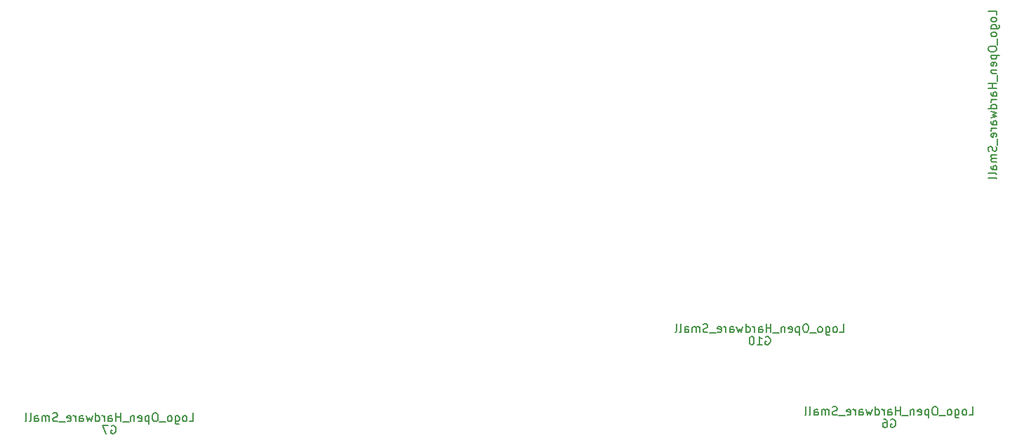
<source format=gbr>
G04 #@! TF.GenerationSoftware,KiCad,Pcbnew,(6.0.9)*
G04 #@! TF.CreationDate,2022-12-04T20:33:54+01:00*
G04 #@! TF.ProjectId,corne-cherry,636f726e-652d-4636-9865-7272792e6b69,2.1*
G04 #@! TF.SameCoordinates,Original*
G04 #@! TF.FileFunction,AssemblyDrawing,Bot*
%FSLAX46Y46*%
G04 Gerber Fmt 4.6, Leading zero omitted, Abs format (unit mm)*
G04 Created by KiCad (PCBNEW (6.0.9)) date 2022-12-04 20:33:54*
%MOMM*%
%LPD*%
G01*
G04 APERTURE LIST*
%ADD10C,0.150000*%
G04 APERTURE END LIST*
D10*
X214110860Y-72639932D02*
X214110860Y-72163741D01*
X213110860Y-72163741D01*
X214110860Y-73116122D02*
X214063241Y-73020884D01*
X214015622Y-72973265D01*
X213920384Y-72925646D01*
X213634670Y-72925646D01*
X213539432Y-72973265D01*
X213491813Y-73020884D01*
X213444194Y-73116122D01*
X213444194Y-73258980D01*
X213491813Y-73354218D01*
X213539432Y-73401837D01*
X213634670Y-73449456D01*
X213920384Y-73449456D01*
X214015622Y-73401837D01*
X214063241Y-73354218D01*
X214110860Y-73258980D01*
X214110860Y-73116122D01*
X213444194Y-74306599D02*
X214253718Y-74306599D01*
X214348956Y-74258980D01*
X214396575Y-74211360D01*
X214444194Y-74116122D01*
X214444194Y-73973265D01*
X214396575Y-73878027D01*
X214063241Y-74306599D02*
X214110860Y-74211360D01*
X214110860Y-74020884D01*
X214063241Y-73925646D01*
X214015622Y-73878027D01*
X213920384Y-73830408D01*
X213634670Y-73830408D01*
X213539432Y-73878027D01*
X213491813Y-73925646D01*
X213444194Y-74020884D01*
X213444194Y-74211360D01*
X213491813Y-74306599D01*
X214110860Y-74925646D02*
X214063241Y-74830408D01*
X214015622Y-74782789D01*
X213920384Y-74735170D01*
X213634670Y-74735170D01*
X213539432Y-74782789D01*
X213491813Y-74830408D01*
X213444194Y-74925646D01*
X213444194Y-75068503D01*
X213491813Y-75163741D01*
X213539432Y-75211360D01*
X213634670Y-75258980D01*
X213920384Y-75258980D01*
X214015622Y-75211360D01*
X214063241Y-75163741D01*
X214110860Y-75068503D01*
X214110860Y-74925646D01*
X214206099Y-75449456D02*
X214206099Y-76211360D01*
X213110860Y-76639932D02*
X213110860Y-76830408D01*
X213158480Y-76925646D01*
X213253718Y-77020884D01*
X213444194Y-77068503D01*
X213777527Y-77068503D01*
X213968003Y-77020884D01*
X214063241Y-76925646D01*
X214110860Y-76830408D01*
X214110860Y-76639932D01*
X214063241Y-76544694D01*
X213968003Y-76449456D01*
X213777527Y-76401837D01*
X213444194Y-76401837D01*
X213253718Y-76449456D01*
X213158480Y-76544694D01*
X213110860Y-76639932D01*
X213444194Y-77497075D02*
X214444194Y-77497075D01*
X213491813Y-77497075D02*
X213444194Y-77592313D01*
X213444194Y-77782789D01*
X213491813Y-77878027D01*
X213539432Y-77925646D01*
X213634670Y-77973265D01*
X213920384Y-77973265D01*
X214015622Y-77925646D01*
X214063241Y-77878027D01*
X214110860Y-77782789D01*
X214110860Y-77592313D01*
X214063241Y-77497075D01*
X214063241Y-78782789D02*
X214110860Y-78687551D01*
X214110860Y-78497075D01*
X214063241Y-78401837D01*
X213968003Y-78354218D01*
X213587051Y-78354218D01*
X213491813Y-78401837D01*
X213444194Y-78497075D01*
X213444194Y-78687551D01*
X213491813Y-78782789D01*
X213587051Y-78830408D01*
X213682289Y-78830408D01*
X213777527Y-78354218D01*
X213444194Y-79258980D02*
X214110860Y-79258980D01*
X213539432Y-79258980D02*
X213491813Y-79306599D01*
X213444194Y-79401837D01*
X213444194Y-79544694D01*
X213491813Y-79639932D01*
X213587051Y-79687551D01*
X214110860Y-79687551D01*
X214206099Y-79925646D02*
X214206099Y-80687551D01*
X214110860Y-80925646D02*
X213110860Y-80925646D01*
X213587051Y-80925646D02*
X213587051Y-81497075D01*
X214110860Y-81497075D02*
X213110860Y-81497075D01*
X214110860Y-82401837D02*
X213587051Y-82401837D01*
X213491813Y-82354218D01*
X213444194Y-82258980D01*
X213444194Y-82068503D01*
X213491813Y-81973265D01*
X214063241Y-82401837D02*
X214110860Y-82306599D01*
X214110860Y-82068503D01*
X214063241Y-81973265D01*
X213968003Y-81925646D01*
X213872765Y-81925646D01*
X213777527Y-81973265D01*
X213729908Y-82068503D01*
X213729908Y-82306599D01*
X213682289Y-82401837D01*
X214110860Y-82878027D02*
X213444194Y-82878027D01*
X213634670Y-82878027D02*
X213539432Y-82925646D01*
X213491813Y-82973265D01*
X213444194Y-83068503D01*
X213444194Y-83163741D01*
X214110860Y-83925646D02*
X213110860Y-83925646D01*
X214063241Y-83925646D02*
X214110860Y-83830408D01*
X214110860Y-83639932D01*
X214063241Y-83544694D01*
X214015622Y-83497075D01*
X213920384Y-83449456D01*
X213634670Y-83449456D01*
X213539432Y-83497075D01*
X213491813Y-83544694D01*
X213444194Y-83639932D01*
X213444194Y-83830408D01*
X213491813Y-83925646D01*
X213444194Y-84306599D02*
X214110860Y-84497075D01*
X213634670Y-84687551D01*
X214110860Y-84878027D01*
X213444194Y-85068503D01*
X214110860Y-85878027D02*
X213587051Y-85878027D01*
X213491813Y-85830408D01*
X213444194Y-85735170D01*
X213444194Y-85544694D01*
X213491813Y-85449456D01*
X214063241Y-85878027D02*
X214110860Y-85782789D01*
X214110860Y-85544694D01*
X214063241Y-85449456D01*
X213968003Y-85401837D01*
X213872765Y-85401837D01*
X213777527Y-85449456D01*
X213729908Y-85544694D01*
X213729908Y-85782789D01*
X213682289Y-85878027D01*
X214110860Y-86354218D02*
X213444194Y-86354218D01*
X213634670Y-86354218D02*
X213539432Y-86401837D01*
X213491813Y-86449456D01*
X213444194Y-86544694D01*
X213444194Y-86639932D01*
X214063241Y-87354218D02*
X214110860Y-87258980D01*
X214110860Y-87068503D01*
X214063241Y-86973265D01*
X213968003Y-86925646D01*
X213587051Y-86925646D01*
X213491813Y-86973265D01*
X213444194Y-87068503D01*
X213444194Y-87258980D01*
X213491813Y-87354218D01*
X213587051Y-87401837D01*
X213682289Y-87401837D01*
X213777527Y-86925646D01*
X214206099Y-87592313D02*
X214206099Y-88354218D01*
X214063241Y-88544694D02*
X214110860Y-88687551D01*
X214110860Y-88925646D01*
X214063241Y-89020884D01*
X214015622Y-89068503D01*
X213920384Y-89116122D01*
X213825146Y-89116122D01*
X213729908Y-89068503D01*
X213682289Y-89020884D01*
X213634670Y-88925646D01*
X213587051Y-88735170D01*
X213539432Y-88639932D01*
X213491813Y-88592313D01*
X213396575Y-88544694D01*
X213301337Y-88544694D01*
X213206099Y-88592313D01*
X213158480Y-88639932D01*
X213110860Y-88735170D01*
X213110860Y-88973265D01*
X213158480Y-89116122D01*
X214110860Y-89544694D02*
X213444194Y-89544694D01*
X213539432Y-89544694D02*
X213491813Y-89592313D01*
X213444194Y-89687551D01*
X213444194Y-89830408D01*
X213491813Y-89925646D01*
X213587051Y-89973265D01*
X214110860Y-89973265D01*
X213587051Y-89973265D02*
X213491813Y-90020884D01*
X213444194Y-90116122D01*
X213444194Y-90258980D01*
X213491813Y-90354218D01*
X213587051Y-90401837D01*
X214110860Y-90401837D01*
X214110860Y-91306599D02*
X213587051Y-91306599D01*
X213491813Y-91258980D01*
X213444194Y-91163741D01*
X213444194Y-90973265D01*
X213491813Y-90878027D01*
X214063241Y-91306599D02*
X214110860Y-91211360D01*
X214110860Y-90973265D01*
X214063241Y-90878027D01*
X213968003Y-90830408D01*
X213872765Y-90830408D01*
X213777527Y-90878027D01*
X213729908Y-90973265D01*
X213729908Y-91211360D01*
X213682289Y-91306599D01*
X214110860Y-91925646D02*
X214063241Y-91830408D01*
X213968003Y-91782789D01*
X213110860Y-91782789D01*
X214110860Y-92449456D02*
X214063241Y-92354218D01*
X213968003Y-92306599D01*
X213110860Y-92306599D01*
X195169527Y-110978360D02*
X195645718Y-110978360D01*
X195645718Y-109978360D01*
X194693337Y-110978360D02*
X194788575Y-110930741D01*
X194836194Y-110883122D01*
X194883813Y-110787884D01*
X194883813Y-110502170D01*
X194836194Y-110406932D01*
X194788575Y-110359313D01*
X194693337Y-110311694D01*
X194550480Y-110311694D01*
X194455241Y-110359313D01*
X194407622Y-110406932D01*
X194360003Y-110502170D01*
X194360003Y-110787884D01*
X194407622Y-110883122D01*
X194455241Y-110930741D01*
X194550480Y-110978360D01*
X194693337Y-110978360D01*
X193502860Y-110311694D02*
X193502860Y-111121218D01*
X193550480Y-111216456D01*
X193598099Y-111264075D01*
X193693337Y-111311694D01*
X193836194Y-111311694D01*
X193931432Y-111264075D01*
X193502860Y-110930741D02*
X193598099Y-110978360D01*
X193788575Y-110978360D01*
X193883813Y-110930741D01*
X193931432Y-110883122D01*
X193979051Y-110787884D01*
X193979051Y-110502170D01*
X193931432Y-110406932D01*
X193883813Y-110359313D01*
X193788575Y-110311694D01*
X193598099Y-110311694D01*
X193502860Y-110359313D01*
X192883813Y-110978360D02*
X192979051Y-110930741D01*
X193026670Y-110883122D01*
X193074289Y-110787884D01*
X193074289Y-110502170D01*
X193026670Y-110406932D01*
X192979051Y-110359313D01*
X192883813Y-110311694D01*
X192740956Y-110311694D01*
X192645718Y-110359313D01*
X192598099Y-110406932D01*
X192550480Y-110502170D01*
X192550480Y-110787884D01*
X192598099Y-110883122D01*
X192645718Y-110930741D01*
X192740956Y-110978360D01*
X192883813Y-110978360D01*
X192360003Y-111073599D02*
X191598099Y-111073599D01*
X191169527Y-109978360D02*
X190979051Y-109978360D01*
X190883813Y-110025980D01*
X190788575Y-110121218D01*
X190740956Y-110311694D01*
X190740956Y-110645027D01*
X190788575Y-110835503D01*
X190883813Y-110930741D01*
X190979051Y-110978360D01*
X191169527Y-110978360D01*
X191264765Y-110930741D01*
X191360003Y-110835503D01*
X191407622Y-110645027D01*
X191407622Y-110311694D01*
X191360003Y-110121218D01*
X191264765Y-110025980D01*
X191169527Y-109978360D01*
X190312384Y-110311694D02*
X190312384Y-111311694D01*
X190312384Y-110359313D02*
X190217146Y-110311694D01*
X190026670Y-110311694D01*
X189931432Y-110359313D01*
X189883813Y-110406932D01*
X189836194Y-110502170D01*
X189836194Y-110787884D01*
X189883813Y-110883122D01*
X189931432Y-110930741D01*
X190026670Y-110978360D01*
X190217146Y-110978360D01*
X190312384Y-110930741D01*
X189026670Y-110930741D02*
X189121908Y-110978360D01*
X189312384Y-110978360D01*
X189407622Y-110930741D01*
X189455241Y-110835503D01*
X189455241Y-110454551D01*
X189407622Y-110359313D01*
X189312384Y-110311694D01*
X189121908Y-110311694D01*
X189026670Y-110359313D01*
X188979051Y-110454551D01*
X188979051Y-110549789D01*
X189455241Y-110645027D01*
X188550480Y-110311694D02*
X188550480Y-110978360D01*
X188550480Y-110406932D02*
X188502860Y-110359313D01*
X188407622Y-110311694D01*
X188264765Y-110311694D01*
X188169527Y-110359313D01*
X188121908Y-110454551D01*
X188121908Y-110978360D01*
X187883813Y-111073599D02*
X187121908Y-111073599D01*
X186883813Y-110978360D02*
X186883813Y-109978360D01*
X186883813Y-110454551D02*
X186312384Y-110454551D01*
X186312384Y-110978360D02*
X186312384Y-109978360D01*
X185407622Y-110978360D02*
X185407622Y-110454551D01*
X185455241Y-110359313D01*
X185550480Y-110311694D01*
X185740956Y-110311694D01*
X185836194Y-110359313D01*
X185407622Y-110930741D02*
X185502860Y-110978360D01*
X185740956Y-110978360D01*
X185836194Y-110930741D01*
X185883813Y-110835503D01*
X185883813Y-110740265D01*
X185836194Y-110645027D01*
X185740956Y-110597408D01*
X185502860Y-110597408D01*
X185407622Y-110549789D01*
X184931432Y-110978360D02*
X184931432Y-110311694D01*
X184931432Y-110502170D02*
X184883813Y-110406932D01*
X184836194Y-110359313D01*
X184740956Y-110311694D01*
X184645718Y-110311694D01*
X183883813Y-110978360D02*
X183883813Y-109978360D01*
X183883813Y-110930741D02*
X183979051Y-110978360D01*
X184169527Y-110978360D01*
X184264765Y-110930741D01*
X184312384Y-110883122D01*
X184360003Y-110787884D01*
X184360003Y-110502170D01*
X184312384Y-110406932D01*
X184264765Y-110359313D01*
X184169527Y-110311694D01*
X183979051Y-110311694D01*
X183883813Y-110359313D01*
X183502860Y-110311694D02*
X183312384Y-110978360D01*
X183121908Y-110502170D01*
X182931432Y-110978360D01*
X182740956Y-110311694D01*
X181931432Y-110978360D02*
X181931432Y-110454551D01*
X181979051Y-110359313D01*
X182074289Y-110311694D01*
X182264765Y-110311694D01*
X182360003Y-110359313D01*
X181931432Y-110930741D02*
X182026670Y-110978360D01*
X182264765Y-110978360D01*
X182360003Y-110930741D01*
X182407622Y-110835503D01*
X182407622Y-110740265D01*
X182360003Y-110645027D01*
X182264765Y-110597408D01*
X182026670Y-110597408D01*
X181931432Y-110549789D01*
X181455241Y-110978360D02*
X181455241Y-110311694D01*
X181455241Y-110502170D02*
X181407622Y-110406932D01*
X181360003Y-110359313D01*
X181264765Y-110311694D01*
X181169527Y-110311694D01*
X180455241Y-110930741D02*
X180550480Y-110978360D01*
X180740956Y-110978360D01*
X180836194Y-110930741D01*
X180883813Y-110835503D01*
X180883813Y-110454551D01*
X180836194Y-110359313D01*
X180740956Y-110311694D01*
X180550480Y-110311694D01*
X180455241Y-110359313D01*
X180407622Y-110454551D01*
X180407622Y-110549789D01*
X180883813Y-110645027D01*
X180217146Y-111073599D02*
X179455241Y-111073599D01*
X179264765Y-110930741D02*
X179121908Y-110978360D01*
X178883813Y-110978360D01*
X178788575Y-110930741D01*
X178740956Y-110883122D01*
X178693337Y-110787884D01*
X178693337Y-110692646D01*
X178740956Y-110597408D01*
X178788575Y-110549789D01*
X178883813Y-110502170D01*
X179074289Y-110454551D01*
X179169527Y-110406932D01*
X179217146Y-110359313D01*
X179264765Y-110264075D01*
X179264765Y-110168837D01*
X179217146Y-110073599D01*
X179169527Y-110025980D01*
X179074289Y-109978360D01*
X178836194Y-109978360D01*
X178693337Y-110025980D01*
X178264765Y-110978360D02*
X178264765Y-110311694D01*
X178264765Y-110406932D02*
X178217146Y-110359313D01*
X178121908Y-110311694D01*
X177979051Y-110311694D01*
X177883813Y-110359313D01*
X177836194Y-110454551D01*
X177836194Y-110978360D01*
X177836194Y-110454551D02*
X177788575Y-110359313D01*
X177693337Y-110311694D01*
X177550480Y-110311694D01*
X177455241Y-110359313D01*
X177407622Y-110454551D01*
X177407622Y-110978360D01*
X176502860Y-110978360D02*
X176502860Y-110454551D01*
X176550480Y-110359313D01*
X176645718Y-110311694D01*
X176836194Y-110311694D01*
X176931432Y-110359313D01*
X176502860Y-110930741D02*
X176598099Y-110978360D01*
X176836194Y-110978360D01*
X176931432Y-110930741D01*
X176979051Y-110835503D01*
X176979051Y-110740265D01*
X176931432Y-110645027D01*
X176836194Y-110597408D01*
X176598099Y-110597408D01*
X176502860Y-110549789D01*
X175883813Y-110978360D02*
X175979051Y-110930741D01*
X176026670Y-110835503D01*
X176026670Y-109978360D01*
X175360003Y-110978360D02*
X175455241Y-110930741D01*
X175502860Y-110835503D01*
X175502860Y-109978360D01*
X186240956Y-111525980D02*
X186336194Y-111478360D01*
X186479051Y-111478360D01*
X186621908Y-111525980D01*
X186717146Y-111621218D01*
X186764765Y-111716456D01*
X186812384Y-111906932D01*
X186812384Y-112049789D01*
X186764765Y-112240265D01*
X186717146Y-112335503D01*
X186621908Y-112430741D01*
X186479051Y-112478360D01*
X186383813Y-112478360D01*
X186240956Y-112430741D01*
X186193337Y-112383122D01*
X186193337Y-112049789D01*
X186383813Y-112049789D01*
X185240956Y-112478360D02*
X185812384Y-112478360D01*
X185526670Y-112478360D02*
X185526670Y-111478360D01*
X185621908Y-111621218D01*
X185717146Y-111716456D01*
X185812384Y-111764075D01*
X184621908Y-111478360D02*
X184526670Y-111478360D01*
X184431432Y-111525980D01*
X184383813Y-111573599D01*
X184336194Y-111668837D01*
X184288575Y-111859313D01*
X184288575Y-112097408D01*
X184336194Y-112287884D01*
X184383813Y-112383122D01*
X184431432Y-112430741D01*
X184526670Y-112478360D01*
X184621908Y-112478360D01*
X184717146Y-112430741D01*
X184764765Y-112383122D01*
X184812384Y-112287884D01*
X184860003Y-112097408D01*
X184860003Y-111859313D01*
X184812384Y-111668837D01*
X184764765Y-111573599D01*
X184717146Y-111525980D01*
X184621908Y-111478360D01*
X116714561Y-121738994D02*
X117190752Y-121738994D01*
X117190752Y-120738994D01*
X116238371Y-121738994D02*
X116333609Y-121691375D01*
X116381228Y-121643756D01*
X116428847Y-121548518D01*
X116428847Y-121262804D01*
X116381228Y-121167566D01*
X116333609Y-121119947D01*
X116238371Y-121072328D01*
X116095514Y-121072328D01*
X116000275Y-121119947D01*
X115952656Y-121167566D01*
X115905037Y-121262804D01*
X115905037Y-121548518D01*
X115952656Y-121643756D01*
X116000275Y-121691375D01*
X116095514Y-121738994D01*
X116238371Y-121738994D01*
X115047894Y-121072328D02*
X115047894Y-121881852D01*
X115095514Y-121977090D01*
X115143133Y-122024709D01*
X115238371Y-122072328D01*
X115381228Y-122072328D01*
X115476466Y-122024709D01*
X115047894Y-121691375D02*
X115143133Y-121738994D01*
X115333609Y-121738994D01*
X115428847Y-121691375D01*
X115476466Y-121643756D01*
X115524085Y-121548518D01*
X115524085Y-121262804D01*
X115476466Y-121167566D01*
X115428847Y-121119947D01*
X115333609Y-121072328D01*
X115143133Y-121072328D01*
X115047894Y-121119947D01*
X114428847Y-121738994D02*
X114524085Y-121691375D01*
X114571704Y-121643756D01*
X114619323Y-121548518D01*
X114619323Y-121262804D01*
X114571704Y-121167566D01*
X114524085Y-121119947D01*
X114428847Y-121072328D01*
X114285990Y-121072328D01*
X114190752Y-121119947D01*
X114143133Y-121167566D01*
X114095514Y-121262804D01*
X114095514Y-121548518D01*
X114143133Y-121643756D01*
X114190752Y-121691375D01*
X114285990Y-121738994D01*
X114428847Y-121738994D01*
X113905037Y-121834233D02*
X113143133Y-121834233D01*
X112714561Y-120738994D02*
X112524085Y-120738994D01*
X112428847Y-120786614D01*
X112333609Y-120881852D01*
X112285990Y-121072328D01*
X112285990Y-121405661D01*
X112333609Y-121596137D01*
X112428847Y-121691375D01*
X112524085Y-121738994D01*
X112714561Y-121738994D01*
X112809799Y-121691375D01*
X112905037Y-121596137D01*
X112952656Y-121405661D01*
X112952656Y-121072328D01*
X112905037Y-120881852D01*
X112809799Y-120786614D01*
X112714561Y-120738994D01*
X111857418Y-121072328D02*
X111857418Y-122072328D01*
X111857418Y-121119947D02*
X111762180Y-121072328D01*
X111571704Y-121072328D01*
X111476466Y-121119947D01*
X111428847Y-121167566D01*
X111381228Y-121262804D01*
X111381228Y-121548518D01*
X111428847Y-121643756D01*
X111476466Y-121691375D01*
X111571704Y-121738994D01*
X111762180Y-121738994D01*
X111857418Y-121691375D01*
X110571704Y-121691375D02*
X110666942Y-121738994D01*
X110857418Y-121738994D01*
X110952656Y-121691375D01*
X111000275Y-121596137D01*
X111000275Y-121215185D01*
X110952656Y-121119947D01*
X110857418Y-121072328D01*
X110666942Y-121072328D01*
X110571704Y-121119947D01*
X110524085Y-121215185D01*
X110524085Y-121310423D01*
X111000275Y-121405661D01*
X110095514Y-121072328D02*
X110095514Y-121738994D01*
X110095514Y-121167566D02*
X110047894Y-121119947D01*
X109952656Y-121072328D01*
X109809799Y-121072328D01*
X109714561Y-121119947D01*
X109666942Y-121215185D01*
X109666942Y-121738994D01*
X109428847Y-121834233D02*
X108666942Y-121834233D01*
X108428847Y-121738994D02*
X108428847Y-120738994D01*
X108428847Y-121215185D02*
X107857418Y-121215185D01*
X107857418Y-121738994D02*
X107857418Y-120738994D01*
X106952656Y-121738994D02*
X106952656Y-121215185D01*
X107000275Y-121119947D01*
X107095514Y-121072328D01*
X107285990Y-121072328D01*
X107381228Y-121119947D01*
X106952656Y-121691375D02*
X107047894Y-121738994D01*
X107285990Y-121738994D01*
X107381228Y-121691375D01*
X107428847Y-121596137D01*
X107428847Y-121500899D01*
X107381228Y-121405661D01*
X107285990Y-121358042D01*
X107047894Y-121358042D01*
X106952656Y-121310423D01*
X106476466Y-121738994D02*
X106476466Y-121072328D01*
X106476466Y-121262804D02*
X106428847Y-121167566D01*
X106381228Y-121119947D01*
X106285990Y-121072328D01*
X106190752Y-121072328D01*
X105428847Y-121738994D02*
X105428847Y-120738994D01*
X105428847Y-121691375D02*
X105524085Y-121738994D01*
X105714561Y-121738994D01*
X105809799Y-121691375D01*
X105857418Y-121643756D01*
X105905037Y-121548518D01*
X105905037Y-121262804D01*
X105857418Y-121167566D01*
X105809799Y-121119947D01*
X105714561Y-121072328D01*
X105524085Y-121072328D01*
X105428847Y-121119947D01*
X105047894Y-121072328D02*
X104857418Y-121738994D01*
X104666942Y-121262804D01*
X104476466Y-121738994D01*
X104285990Y-121072328D01*
X103476466Y-121738994D02*
X103476466Y-121215185D01*
X103524085Y-121119947D01*
X103619323Y-121072328D01*
X103809799Y-121072328D01*
X103905037Y-121119947D01*
X103476466Y-121691375D02*
X103571704Y-121738994D01*
X103809799Y-121738994D01*
X103905037Y-121691375D01*
X103952656Y-121596137D01*
X103952656Y-121500899D01*
X103905037Y-121405661D01*
X103809799Y-121358042D01*
X103571704Y-121358042D01*
X103476466Y-121310423D01*
X103000275Y-121738994D02*
X103000275Y-121072328D01*
X103000275Y-121262804D02*
X102952656Y-121167566D01*
X102905037Y-121119947D01*
X102809799Y-121072328D01*
X102714561Y-121072328D01*
X102000275Y-121691375D02*
X102095514Y-121738994D01*
X102285990Y-121738994D01*
X102381228Y-121691375D01*
X102428847Y-121596137D01*
X102428847Y-121215185D01*
X102381228Y-121119947D01*
X102285990Y-121072328D01*
X102095514Y-121072328D01*
X102000275Y-121119947D01*
X101952656Y-121215185D01*
X101952656Y-121310423D01*
X102428847Y-121405661D01*
X101762180Y-121834233D02*
X101000275Y-121834233D01*
X100809799Y-121691375D02*
X100666942Y-121738994D01*
X100428847Y-121738994D01*
X100333609Y-121691375D01*
X100285990Y-121643756D01*
X100238371Y-121548518D01*
X100238371Y-121453280D01*
X100285990Y-121358042D01*
X100333609Y-121310423D01*
X100428847Y-121262804D01*
X100619323Y-121215185D01*
X100714561Y-121167566D01*
X100762180Y-121119947D01*
X100809799Y-121024709D01*
X100809799Y-120929471D01*
X100762180Y-120834233D01*
X100714561Y-120786614D01*
X100619323Y-120738994D01*
X100381228Y-120738994D01*
X100238371Y-120786614D01*
X99809799Y-121738994D02*
X99809799Y-121072328D01*
X99809799Y-121167566D02*
X99762180Y-121119947D01*
X99666942Y-121072328D01*
X99524085Y-121072328D01*
X99428847Y-121119947D01*
X99381228Y-121215185D01*
X99381228Y-121738994D01*
X99381228Y-121215185D02*
X99333609Y-121119947D01*
X99238371Y-121072328D01*
X99095514Y-121072328D01*
X99000275Y-121119947D01*
X98952656Y-121215185D01*
X98952656Y-121738994D01*
X98047894Y-121738994D02*
X98047894Y-121215185D01*
X98095514Y-121119947D01*
X98190752Y-121072328D01*
X98381228Y-121072328D01*
X98476466Y-121119947D01*
X98047894Y-121691375D02*
X98143133Y-121738994D01*
X98381228Y-121738994D01*
X98476466Y-121691375D01*
X98524085Y-121596137D01*
X98524085Y-121500899D01*
X98476466Y-121405661D01*
X98381228Y-121358042D01*
X98143133Y-121358042D01*
X98047894Y-121310423D01*
X97428847Y-121738994D02*
X97524085Y-121691375D01*
X97571704Y-121596137D01*
X97571704Y-120738994D01*
X96905037Y-121738994D02*
X97000275Y-121691375D01*
X97047894Y-121596137D01*
X97047894Y-120738994D01*
X107309799Y-122286614D02*
X107405037Y-122238994D01*
X107547894Y-122238994D01*
X107690752Y-122286614D01*
X107785990Y-122381852D01*
X107833609Y-122477090D01*
X107881228Y-122667566D01*
X107881228Y-122810423D01*
X107833609Y-123000899D01*
X107785990Y-123096137D01*
X107690752Y-123191375D01*
X107547894Y-123238994D01*
X107452656Y-123238994D01*
X107309799Y-123191375D01*
X107262180Y-123143756D01*
X107262180Y-122810423D01*
X107452656Y-122810423D01*
X106928847Y-122238994D02*
X106262180Y-122238994D01*
X106690752Y-123238994D01*
X210769527Y-120978360D02*
X211245718Y-120978360D01*
X211245718Y-119978360D01*
X210293337Y-120978360D02*
X210388575Y-120930741D01*
X210436194Y-120883122D01*
X210483813Y-120787884D01*
X210483813Y-120502170D01*
X210436194Y-120406932D01*
X210388575Y-120359313D01*
X210293337Y-120311694D01*
X210150480Y-120311694D01*
X210055241Y-120359313D01*
X210007622Y-120406932D01*
X209960003Y-120502170D01*
X209960003Y-120787884D01*
X210007622Y-120883122D01*
X210055241Y-120930741D01*
X210150480Y-120978360D01*
X210293337Y-120978360D01*
X209102860Y-120311694D02*
X209102860Y-121121218D01*
X209150480Y-121216456D01*
X209198099Y-121264075D01*
X209293337Y-121311694D01*
X209436194Y-121311694D01*
X209531432Y-121264075D01*
X209102860Y-120930741D02*
X209198099Y-120978360D01*
X209388575Y-120978360D01*
X209483813Y-120930741D01*
X209531432Y-120883122D01*
X209579051Y-120787884D01*
X209579051Y-120502170D01*
X209531432Y-120406932D01*
X209483813Y-120359313D01*
X209388575Y-120311694D01*
X209198099Y-120311694D01*
X209102860Y-120359313D01*
X208483813Y-120978360D02*
X208579051Y-120930741D01*
X208626670Y-120883122D01*
X208674289Y-120787884D01*
X208674289Y-120502170D01*
X208626670Y-120406932D01*
X208579051Y-120359313D01*
X208483813Y-120311694D01*
X208340956Y-120311694D01*
X208245718Y-120359313D01*
X208198099Y-120406932D01*
X208150480Y-120502170D01*
X208150480Y-120787884D01*
X208198099Y-120883122D01*
X208245718Y-120930741D01*
X208340956Y-120978360D01*
X208483813Y-120978360D01*
X207960003Y-121073599D02*
X207198099Y-121073599D01*
X206769527Y-119978360D02*
X206579051Y-119978360D01*
X206483813Y-120025980D01*
X206388575Y-120121218D01*
X206340956Y-120311694D01*
X206340956Y-120645027D01*
X206388575Y-120835503D01*
X206483813Y-120930741D01*
X206579051Y-120978360D01*
X206769527Y-120978360D01*
X206864765Y-120930741D01*
X206960003Y-120835503D01*
X207007622Y-120645027D01*
X207007622Y-120311694D01*
X206960003Y-120121218D01*
X206864765Y-120025980D01*
X206769527Y-119978360D01*
X205912384Y-120311694D02*
X205912384Y-121311694D01*
X205912384Y-120359313D02*
X205817146Y-120311694D01*
X205626670Y-120311694D01*
X205531432Y-120359313D01*
X205483813Y-120406932D01*
X205436194Y-120502170D01*
X205436194Y-120787884D01*
X205483813Y-120883122D01*
X205531432Y-120930741D01*
X205626670Y-120978360D01*
X205817146Y-120978360D01*
X205912384Y-120930741D01*
X204626670Y-120930741D02*
X204721908Y-120978360D01*
X204912384Y-120978360D01*
X205007622Y-120930741D01*
X205055241Y-120835503D01*
X205055241Y-120454551D01*
X205007622Y-120359313D01*
X204912384Y-120311694D01*
X204721908Y-120311694D01*
X204626670Y-120359313D01*
X204579051Y-120454551D01*
X204579051Y-120549789D01*
X205055241Y-120645027D01*
X204150480Y-120311694D02*
X204150480Y-120978360D01*
X204150480Y-120406932D02*
X204102860Y-120359313D01*
X204007622Y-120311694D01*
X203864765Y-120311694D01*
X203769527Y-120359313D01*
X203721908Y-120454551D01*
X203721908Y-120978360D01*
X203483813Y-121073599D02*
X202721908Y-121073599D01*
X202483813Y-120978360D02*
X202483813Y-119978360D01*
X202483813Y-120454551D02*
X201912384Y-120454551D01*
X201912384Y-120978360D02*
X201912384Y-119978360D01*
X201007622Y-120978360D02*
X201007622Y-120454551D01*
X201055241Y-120359313D01*
X201150480Y-120311694D01*
X201340956Y-120311694D01*
X201436194Y-120359313D01*
X201007622Y-120930741D02*
X201102860Y-120978360D01*
X201340956Y-120978360D01*
X201436194Y-120930741D01*
X201483813Y-120835503D01*
X201483813Y-120740265D01*
X201436194Y-120645027D01*
X201340956Y-120597408D01*
X201102860Y-120597408D01*
X201007622Y-120549789D01*
X200531432Y-120978360D02*
X200531432Y-120311694D01*
X200531432Y-120502170D02*
X200483813Y-120406932D01*
X200436194Y-120359313D01*
X200340956Y-120311694D01*
X200245718Y-120311694D01*
X199483813Y-120978360D02*
X199483813Y-119978360D01*
X199483813Y-120930741D02*
X199579051Y-120978360D01*
X199769527Y-120978360D01*
X199864765Y-120930741D01*
X199912384Y-120883122D01*
X199960003Y-120787884D01*
X199960003Y-120502170D01*
X199912384Y-120406932D01*
X199864765Y-120359313D01*
X199769527Y-120311694D01*
X199579051Y-120311694D01*
X199483813Y-120359313D01*
X199102860Y-120311694D02*
X198912384Y-120978360D01*
X198721908Y-120502170D01*
X198531432Y-120978360D01*
X198340956Y-120311694D01*
X197531432Y-120978360D02*
X197531432Y-120454551D01*
X197579051Y-120359313D01*
X197674289Y-120311694D01*
X197864765Y-120311694D01*
X197960003Y-120359313D01*
X197531432Y-120930741D02*
X197626670Y-120978360D01*
X197864765Y-120978360D01*
X197960003Y-120930741D01*
X198007622Y-120835503D01*
X198007622Y-120740265D01*
X197960003Y-120645027D01*
X197864765Y-120597408D01*
X197626670Y-120597408D01*
X197531432Y-120549789D01*
X197055241Y-120978360D02*
X197055241Y-120311694D01*
X197055241Y-120502170D02*
X197007622Y-120406932D01*
X196960003Y-120359313D01*
X196864765Y-120311694D01*
X196769527Y-120311694D01*
X196055241Y-120930741D02*
X196150480Y-120978360D01*
X196340956Y-120978360D01*
X196436194Y-120930741D01*
X196483813Y-120835503D01*
X196483813Y-120454551D01*
X196436194Y-120359313D01*
X196340956Y-120311694D01*
X196150480Y-120311694D01*
X196055241Y-120359313D01*
X196007622Y-120454551D01*
X196007622Y-120549789D01*
X196483813Y-120645027D01*
X195817146Y-121073599D02*
X195055241Y-121073599D01*
X194864765Y-120930741D02*
X194721908Y-120978360D01*
X194483813Y-120978360D01*
X194388575Y-120930741D01*
X194340956Y-120883122D01*
X194293337Y-120787884D01*
X194293337Y-120692646D01*
X194340956Y-120597408D01*
X194388575Y-120549789D01*
X194483813Y-120502170D01*
X194674289Y-120454551D01*
X194769527Y-120406932D01*
X194817146Y-120359313D01*
X194864765Y-120264075D01*
X194864765Y-120168837D01*
X194817146Y-120073599D01*
X194769527Y-120025980D01*
X194674289Y-119978360D01*
X194436194Y-119978360D01*
X194293337Y-120025980D01*
X193864765Y-120978360D02*
X193864765Y-120311694D01*
X193864765Y-120406932D02*
X193817146Y-120359313D01*
X193721908Y-120311694D01*
X193579051Y-120311694D01*
X193483813Y-120359313D01*
X193436194Y-120454551D01*
X193436194Y-120978360D01*
X193436194Y-120454551D02*
X193388575Y-120359313D01*
X193293337Y-120311694D01*
X193150480Y-120311694D01*
X193055241Y-120359313D01*
X193007622Y-120454551D01*
X193007622Y-120978360D01*
X192102860Y-120978360D02*
X192102860Y-120454551D01*
X192150480Y-120359313D01*
X192245718Y-120311694D01*
X192436194Y-120311694D01*
X192531432Y-120359313D01*
X192102860Y-120930741D02*
X192198099Y-120978360D01*
X192436194Y-120978360D01*
X192531432Y-120930741D01*
X192579051Y-120835503D01*
X192579051Y-120740265D01*
X192531432Y-120645027D01*
X192436194Y-120597408D01*
X192198099Y-120597408D01*
X192102860Y-120549789D01*
X191483813Y-120978360D02*
X191579051Y-120930741D01*
X191626670Y-120835503D01*
X191626670Y-119978360D01*
X190960003Y-120978360D02*
X191055241Y-120930741D01*
X191102860Y-120835503D01*
X191102860Y-119978360D01*
X201364765Y-121525980D02*
X201460003Y-121478360D01*
X201602860Y-121478360D01*
X201745718Y-121525980D01*
X201840956Y-121621218D01*
X201888575Y-121716456D01*
X201936194Y-121906932D01*
X201936194Y-122049789D01*
X201888575Y-122240265D01*
X201840956Y-122335503D01*
X201745718Y-122430741D01*
X201602860Y-122478360D01*
X201507622Y-122478360D01*
X201364765Y-122430741D01*
X201317146Y-122383122D01*
X201317146Y-122049789D01*
X201507622Y-122049789D01*
X200460003Y-121478360D02*
X200650480Y-121478360D01*
X200745718Y-121525980D01*
X200793337Y-121573599D01*
X200888575Y-121716456D01*
X200936194Y-121906932D01*
X200936194Y-122287884D01*
X200888575Y-122383122D01*
X200840956Y-122430741D01*
X200745718Y-122478360D01*
X200555241Y-122478360D01*
X200460003Y-122430741D01*
X200412384Y-122383122D01*
X200364765Y-122287884D01*
X200364765Y-122049789D01*
X200412384Y-121954551D01*
X200460003Y-121906932D01*
X200555241Y-121859313D01*
X200745718Y-121859313D01*
X200840956Y-121906932D01*
X200888575Y-121954551D01*
X200936194Y-122049789D01*
M02*

</source>
